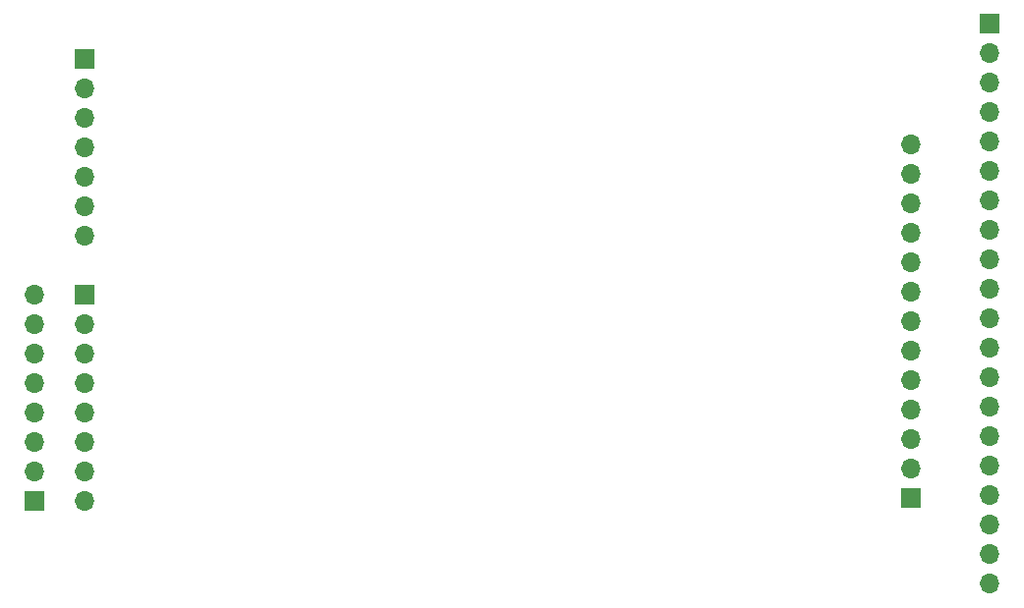
<source format=gbr>
%TF.GenerationSoftware,KiCad,Pcbnew,(6.0.0-0)*%
%TF.CreationDate,2022-08-12T09:14:50-04:00*%
%TF.ProjectId,Backplane-Instruction-Reg-2022,4261636b-706c-4616-9e65-2d496e737472,rev?*%
%TF.SameCoordinates,Original*%
%TF.FileFunction,Soldermask,Top*%
%TF.FilePolarity,Negative*%
%FSLAX46Y46*%
G04 Gerber Fmt 4.6, Leading zero omitted, Abs format (unit mm)*
G04 Created by KiCad (PCBNEW (6.0.0-0)) date 2022-08-12 09:14:50*
%MOMM*%
%LPD*%
G01*
G04 APERTURE LIST*
%ADD10R,1.700000X1.700000*%
%ADD11O,1.700000X1.700000*%
G04 APERTURE END LIST*
D10*
%TO.C,J4*%
X183839000Y-61224000D03*
D11*
X183839000Y-63764000D03*
X183839000Y-66304000D03*
X183839000Y-68844000D03*
X183839000Y-71384000D03*
X183839000Y-73924000D03*
X183839000Y-76464000D03*
X183839000Y-79004000D03*
X183839000Y-81544000D03*
X183839000Y-84084000D03*
X183839000Y-86624000D03*
X183839000Y-89164000D03*
X183839000Y-91704000D03*
X183839000Y-94244000D03*
X183839000Y-96784000D03*
X183839000Y-99324000D03*
X183839000Y-101864000D03*
X183839000Y-104404000D03*
X183839000Y-106944000D03*
X183839000Y-109484000D03*
%TD*%
D10*
%TO.C,J3*%
X177038000Y-102108000D03*
D11*
X177038000Y-99568000D03*
X177038000Y-97028000D03*
X177038000Y-94488000D03*
X177038000Y-91948000D03*
X177038000Y-89408000D03*
X177038000Y-86868000D03*
X177038000Y-84328000D03*
X177038000Y-81788000D03*
X177038000Y-79248000D03*
X177038000Y-76708000D03*
X177038000Y-74168000D03*
X177038000Y-71628000D03*
%TD*%
%TO.C,J1*%
X101600000Y-84582242D03*
X101600000Y-87122242D03*
X101600000Y-89662242D03*
X101600000Y-92202242D03*
X101600000Y-94742242D03*
X101600000Y-97282242D03*
X101600000Y-99822242D03*
D10*
X101600000Y-102362242D03*
%TD*%
%TO.C,J5*%
X105943000Y-64287242D03*
D11*
X105943000Y-66827242D03*
X105943000Y-69367242D03*
X105943000Y-71907242D03*
X105943000Y-74447242D03*
X105943000Y-76987242D03*
X105943000Y-79527242D03*
%TD*%
D10*
%TO.C,J2*%
X105943000Y-84597000D03*
D11*
X105943000Y-87137000D03*
X105943000Y-89677000D03*
X105943000Y-92217000D03*
X105943000Y-94757000D03*
X105943000Y-97297000D03*
X105943000Y-99837000D03*
X105943000Y-102377000D03*
%TD*%
M02*

</source>
